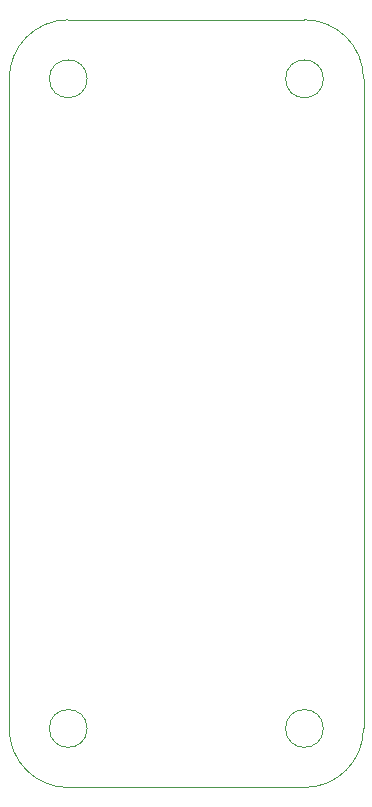
<source format=gm1>
G04 #@! TF.GenerationSoftware,KiCad,Pcbnew,(5.1.2)-1*
G04 #@! TF.CreationDate,2019-12-12T00:14:11+09:00*
G04 #@! TF.ProjectId,CAN_IMU,43414e5f-494d-4552-9e6b-696361645f70,rev?*
G04 #@! TF.SameCoordinates,PXcd0a3c0PY7e5ca20*
G04 #@! TF.FileFunction,Profile,NP*
%FSLAX46Y46*%
G04 Gerber Fmt 4.6, Leading zero omitted, Abs format (unit mm)*
G04 Created by KiCad (PCBNEW (5.1.2)-1) date 2019-12-12 00:14:11*
%MOMM*%
%LPD*%
G04 APERTURE LIST*
%ADD10C,0.050000*%
G04 APERTURE END LIST*
D10*
X10000000Y32500000D02*
G75*
G02X15000000Y27500000I0J-5000000D01*
G01*
X-10000000Y-32500000D02*
G75*
G02X-15000000Y-27500000I0J5000000D01*
G01*
X-15000000Y27500000D02*
G75*
G02X-10000000Y32500000I5000000J0D01*
G01*
X15000000Y-27500000D02*
G75*
G02X10000000Y-32500000I-5000000J0D01*
G01*
X11600000Y-27500000D02*
G75*
G03X11600000Y-27500000I-1600000J0D01*
G01*
X-8400000Y-27500000D02*
G75*
G03X-8400000Y-27500000I-1600000J0D01*
G01*
X-8400000Y27500000D02*
G75*
G03X-8400000Y27500000I-1600000J0D01*
G01*
X11600000Y27500000D02*
G75*
G03X11600000Y27500000I-1600000J0D01*
G01*
X10000000Y32500000D02*
X-10000000Y32500000D01*
X15000000Y-27500000D02*
X15000000Y27500000D01*
X-10000000Y-32500000D02*
X10000000Y-32500000D01*
X-15000000Y27500000D02*
X-15000000Y-27500000D01*
M02*

</source>
